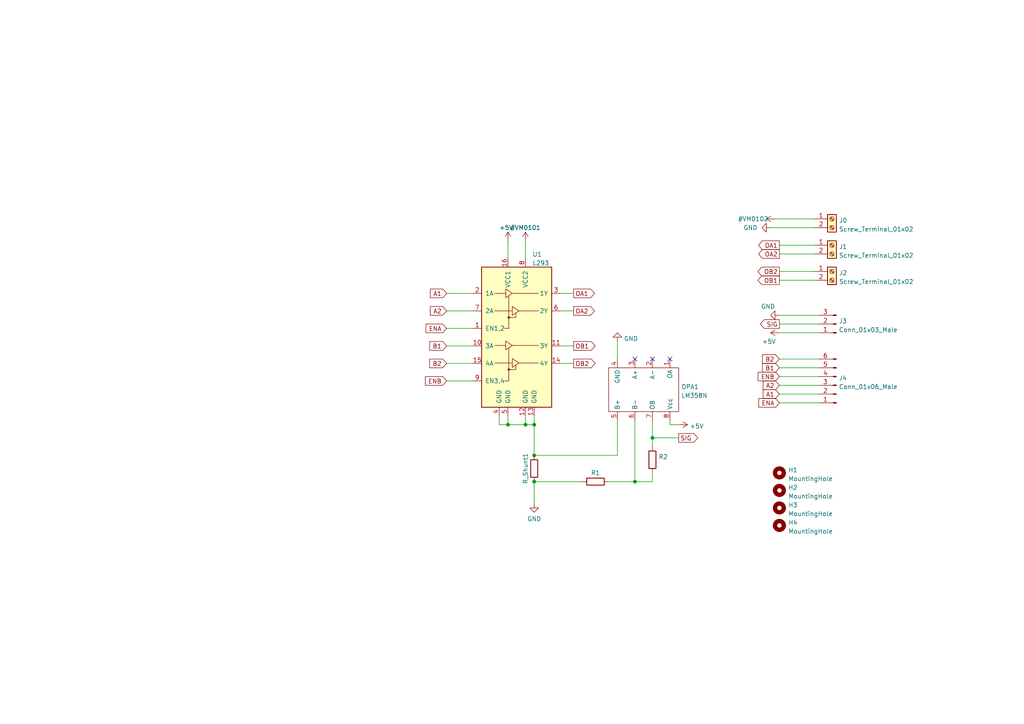
<source format=kicad_sch>
(kicad_sch (version 20211123) (generator eeschema)
  (paper "A4")
  (lib_symbols
    (symbol "Connector:Conn_01x03_Male" (pin_names (offset 1.016) hide)
      (property "Reference" "J" (at 0 5.08 0))
      (property "Value" "Conn_01x03_Male" (at 0 -5.08 0))
      (symbol "Conn_01x03_Male_1_1"
        (polyline (pts (xy 1.27 -2.54) (xy 0.8636 -2.54)) (stroke (width 0.1524)))
        (polyline (pts (xy 1.27 0) (xy 0.8636 0)) (stroke (width 0.1524)))
        (polyline (pts (xy 1.27 2.54) (xy 0.8636 2.54)) (stroke (width 0.1524)))
        (rectangle (start 0.8636 -2.413) (end 0 -2.667) (stroke (width 0.1524)) (fill (type outline)))
        (rectangle (start 0.8636 0.127) (end 0 -0.127) (stroke (width 0.1524)) (fill (type outline)))
        (rectangle (start 0.8636 2.667) (end 0 2.413) (stroke (width 0.1524)) (fill (type outline)))
        (pin passive line (at 5.08 2.54 180) (length 3.81) (name "Pin_1") (number "1"))
        (pin passive line (at 5.08 0 180) (length 3.81) (name "Pin_2") (number "2"))
        (pin passive line (at 5.08 -2.54 180) (length 3.81) (name "Pin_3") (number "3"))
      )
    )
    (symbol "Connector:Conn_01x06_Male" (pin_names (offset 1.016) hide)
      (property "Reference" "J" (at 0 7.62 0))
      (property "Value" "Conn_01x06_Male" (at 0 -10.16 0))
      (symbol "Conn_01x06_Male_1_1"
        (polyline (pts (xy 1.27 -7.62) (xy 0.8636 -7.62)) (stroke (width 0.1524)))
        (polyline (pts (xy 1.27 -5.08) (xy 0.8636 -5.08)) (stroke (width 0.1524)))
        (polyline (pts (xy 1.27 -2.54) (xy 0.8636 -2.54)) (stroke (width 0.1524)))
        (polyline (pts (xy 1.27 0) (xy 0.8636 0)) (stroke (width 0.1524)))
        (polyline (pts (xy 1.27 2.54) (xy 0.8636 2.54)) (stroke (width 0.1524)))
        (polyline (pts (xy 1.27 5.08) (xy 0.8636 5.08)) (stroke (width 0.1524)))
        (rectangle (start 0.8636 -7.493) (end 0 -7.747) (stroke (width 0.1524)) (fill (type outline)))
        (rectangle (start 0.8636 -4.953) (end 0 -5.207) (stroke (width 0.1524)) (fill (type outline)))
        (rectangle (start 0.8636 -2.413) (end 0 -2.667) (stroke (width 0.1524)) (fill (type outline)))
        (rectangle (start 0.8636 0.127) (end 0 -0.127) (stroke (width 0.1524)) (fill (type outline)))
        (rectangle (start 0.8636 2.667) (end 0 2.413) (stroke (width 0.1524)) (fill (type outline)))
        (rectangle (start 0.8636 5.207) (end 0 4.953) (stroke (width 0.1524)) (fill (type outline)))
        (pin passive line (at 5.08 5.08 180) (length 3.81) (name "Pin_1") (number "1"))
        (pin passive line (at 5.08 2.54 180) (length 3.81) (name "Pin_2") (number "2"))
        (pin passive line (at 5.08 0 180) (length 3.81) (name "Pin_3") (number "3"))
        (pin passive line (at 5.08 -2.54 180) (length 3.81) (name "Pin_4") (number "4"))
        (pin passive line (at 5.08 -5.08 180) (length 3.81) (name "Pin_5") (number "5"))
        (pin passive line (at 5.08 -7.62 180) (length 3.81) (name "Pin_6") (number "6"))
      )
    )
    (symbol "Connector:Screw_Terminal_01x02" (pin_names (offset 1.016) hide)
      (property "Reference" "J" (at 0 2.54 0))
      (property "Value" "Screw_Terminal_01x02" (at 0 -5.08 0))
      (symbol "Screw_Terminal_01x02_1_1"
        (rectangle (start -1.27 1.27) (end 1.27 -3.81) (stroke (width 0.254)) (fill (type background)))
        (circle (center 0 -2.54) (radius 0.635) (stroke (width 0.1524)))
        (polyline (pts (xy -0.5334 -2.2098) (xy 0.3302 -3.048)) (stroke (width 0.1524)))
        (polyline (pts (xy -0.5334 0.3302) (xy 0.3302 -0.508)) (stroke (width 0.1524)))
        (polyline (pts (xy -0.3556 -2.032) (xy 0.508 -2.8702)) (stroke (width 0.1524)))
        (polyline (pts (xy -0.3556 0.508) (xy 0.508 -0.3302)) (stroke (width 0.1524)))
        (circle (center 0 0) (radius 0.635) (stroke (width 0.1524)))
        (pin passive line (at -5.08 0 0) (length 3.81) (name "Pin_1") (number "1"))
        (pin passive line (at -5.08 -2.54 0) (length 3.81) (name "Pin_2") (number "2"))
      )
    )
    (symbol "CurrentSenseDriver:LM358N"
      (property "Reference" "OPA" (at 0 -1.27 0))
      (property "Value" "LM358N" (at 0 1.27 0))
      (symbol "LM358N_0_1"
        (rectangle (start -10.16 6.35) (end 10.16 -6.35) (stroke (width 0.1524)))
      )
      (symbol "LM358N_1_1"
        (pin output line (at -7.62 -8.89 90) (length 2.54) (name "OA") (number "1"))
        (pin input line (at -2.54 -8.89 90) (length 2.54) (name "A-") (number "2"))
        (pin input line (at 2.54 -8.89 90) (length 2.54) (name "A+") (number "3"))
        (pin power_out line (at 7.62 -8.89 90) (length 2.54) (name "GND") (number "4"))
        (pin input line (at 7.62 8.89 270) (length 2.54) (name "B+") (number "5"))
        (pin input line (at 2.54 8.89 270) (length 2.54) (name "B-") (number "6"))
        (pin output line (at -2.54 8.89 270) (length 2.54) (name "OB") (number "7"))
        (pin power_in line (at -7.62 8.89 270) (length 2.54) (name "Vcc") (number "8"))
      )
    )
    (symbol "Device:R" (pin_numbers hide) (pin_names (offset 0))
      (property "Reference" "R" (at 2.032 0 90))
      (property "Value" "R" (at 0 0 90))
      (symbol "R_0_1"
        (rectangle (start -1.016 -2.54) (end 1.016 2.54) (stroke (width 0.254)))
      )
      (symbol "R_1_1"
        (pin passive line (at 0 3.81 270) (length 1.27) (name "~") (number "1"))
        (pin passive line (at 0 -3.81 90) (length 1.27) (name "~") (number "2"))
      )
    )
    (symbol "Driver_Motor:L293" (pin_names (offset 1.016))
      (property "Reference" "U" (at -5.08 26.035 0))
      (property "Value" "L293" (at -5.08 24.13 0))
      (symbol "L293_0_1"
        (rectangle (start -10.16 22.86) (end 10.16 -17.78) (stroke (width 0.254)) (fill (type background)))
        (circle (center -2.286 -6.858) (radius 0.254) (fill (type outline)))
        (circle (center -2.286 8.255) (radius 0.254) (fill (type outline)))
        (polyline (pts (xy -6.35 -4.953) (xy -1.27 -4.953)))
        (polyline (pts (xy -6.35 0.127) (xy -3.175 0.127)))
        (polyline (pts (xy -6.35 10.16) (xy -1.27 10.16)))
        (polyline (pts (xy -6.35 15.24) (xy -3.175 15.24)))
        (polyline (pts (xy -1.27 0.127) (xy 6.35 0.127)))
        (polyline (pts (xy -1.27 15.24) (xy 6.35 15.24)))
        (polyline (pts (xy 0.635 -4.953) (xy 6.35 -4.953)))
        (polyline (pts (xy 0.635 10.16) (xy 6.35 10.16)))
        (polyline (pts (xy -2.286 -6.858) (xy -0.254 -6.858) (xy -0.254 -5.588)))
        (polyline (pts (xy -2.286 -0.635) (xy -2.286 -10.16) (xy -3.556 -10.16)))
        (polyline (pts (xy -2.286 8.255) (xy -0.254 8.255) (xy -0.254 9.525)))
        (polyline (pts (xy -2.286 14.478) (xy -2.286 5.08) (xy -3.556 5.08)))
        (polyline (pts (xy -3.175 1.397) (xy -3.175 -1.143) (xy -1.27 0.127) (xy -3.175 1.397)))
        (polyline (pts (xy -3.175 16.51) (xy -3.175 13.97) (xy -1.27 15.24) (xy -3.175 16.51)))
        (polyline (pts (xy -1.27 -3.683) (xy -1.27 -6.223) (xy 0.635 -4.953) (xy -1.27 -3.683)))
        (polyline (pts (xy -1.27 11.43) (xy -1.27 8.89) (xy 0.635 10.16) (xy -1.27 11.43)))
      )
      (symbol "L293_1_1"
        (pin input line (at -12.7 5.08 0) (length 2.54) (name "EN1,2") (number "1"))
        (pin input line (at -12.7 0 0) (length 2.54) (name "3A") (number "10"))
        (pin output line (at 12.7 0 180) (length 2.54) (name "3Y") (number "11"))
        (pin power_in line (at 2.54 -20.32 90) (length 2.54) (name "GND") (number "12"))
        (pin power_in line (at 5.08 -20.32 90) (length 2.54) (name "GND") (number "13"))
        (pin output line (at 12.7 -5.08 180) (length 2.54) (name "4Y") (number "14"))
        (pin input line (at -12.7 -5.08 0) (length 2.54) (name "4A") (number "15"))
        (pin power_in line (at -2.54 25.4 270) (length 2.54) (name "VCC1") (number "16"))
        (pin input line (at -12.7 15.24 0) (length 2.54) (name "1A") (number "2"))
        (pin output line (at 12.7 15.24 180) (length 2.54) (name "1Y") (number "3"))
        (pin power_in line (at -5.08 -20.32 90) (length 2.54) (name "GND") (number "4"))
        (pin power_in line (at -2.54 -20.32 90) (length 2.54) (name "GND") (number "5"))
        (pin output line (at 12.7 10.16 180) (length 2.54) (name "2Y") (number "6"))
        (pin input line (at -12.7 10.16 0) (length 2.54) (name "2A") (number "7"))
        (pin power_in line (at 2.54 25.4 270) (length 2.54) (name "VCC2") (number "8"))
        (pin input line (at -12.7 -10.16 0) (length 2.54) (name "EN3,4") (number "9"))
      )
    )
    (symbol "Mechanical:MountingHole" (pin_names (offset 1.016))
      (property "Reference" "H" (at 0 5.08 0))
      (property "Value" "MountingHole" (at 0 3.175 0))
      (symbol "MountingHole_0_1"
        (circle (center 0 0) (radius 1.27) (stroke (width 1.27)))
      )
    )
    (symbol "power:+5V" (power) (pin_names (offset 0))
      (property "Value" "+5V" (at 0 3.556 0))
      (symbol "+5V_0_1"
        (polyline (pts (xy -0.762 1.27) (xy 0 2.54)))
        (polyline (pts (xy 0 0) (xy 0 2.54)))
        (polyline (pts (xy 0 2.54) (xy 0.762 1.27)))
      )
      (symbol "+5V_1_1"
        (pin power_in line (at 0 0 90) (length 0) hide (name "+5V") (number "1"))
      )
    )
    (symbol "power:GND" (power) (pin_names (offset 0))
      (property "Value" "GND" (at 0 -3.81 0))
      (symbol "GND_0_1"
        (polyline (pts (xy 0 0) (xy 0 -1.27) (xy 1.27 -1.27) (xy 0 -2.54) (xy -1.27 -1.27) (xy 0 -1.27)))
      )
      (symbol "GND_1_1"
        (pin power_in line (at 0 0 270) (length 0) hide (name "GND") (number "1"))
      )
    )
    (symbol "power:VDC" (power) (pin_names (offset 0))
      (property "Value" "VDC" (at 0 6.35 0))
      (symbol "VDC_0_1"
        (polyline (pts (xy -0.762 1.27) (xy 0 2.54)))
        (polyline (pts (xy 0 0) (xy 0 2.54)))
        (polyline (pts (xy 0 2.54) (xy 0.762 1.27)))
      )
      (symbol "VDC_1_1"
        (pin power_in line (at 0 0 90) (length 0) hide (name "VDC") (number "1"))
      )
    )
  )
  (junction (at 152.4 123.19))
  (junction (at 154.94 132.08))
  (junction (at 154.94 123.19))
  (junction (at 184.15 139.7))
  (junction (at 189.23 127))
  (junction (at 154.94 139.7))
  (junction (at 147.32 123.19))
  (no_connect (at 184.15 104.14))
  (no_connect (at 189.23 104.14))
  (no_connect (at 194.31 104.14))
  (wire (pts (xy 226.06 109.22) (xy 237.49 109.22)))
  (wire (pts (xy 147.32 69.85) (xy 147.32 74.93)))
  (wire (pts (xy 179.07 132.08) (xy 154.94 132.08)))
  (wire (pts (xy 226.06 78.74) (xy 236.22 78.74)))
  (wire (pts (xy 162.56 100.33) (xy 166.37 100.33)))
  (wire (pts (xy 226.06 96.52) (xy 237.49 96.52)))
  (wire (pts (xy 226.06 116.84) (xy 237.49 116.84)))
  (wire (pts (xy 226.06 81.28) (xy 236.22 81.28)))
  (wire (pts (xy 176.53 139.7) (xy 184.15 139.7)))
  (wire (pts (xy 189.23 139.7) (xy 184.15 139.7)))
  (wire (pts (xy 129.54 85.09) (xy 137.16 85.09)))
  (wire (pts (xy 147.32 123.19) (xy 152.4 123.19)))
  (wire (pts (xy 144.78 120.65) (xy 144.78 123.19)))
  (wire (pts (xy 129.54 90.17) (xy 137.16 90.17)))
  (wire (pts (xy 154.94 123.19) (xy 154.94 132.08)))
  (wire (pts (xy 129.54 110.49) (xy 137.16 110.49)))
  (wire (pts (xy 226.06 104.14) (xy 237.49 104.14)))
  (wire (pts (xy 154.94 120.65) (xy 154.94 123.19)))
  (wire (pts (xy 189.23 121.92) (xy 189.23 127)))
  (wire (pts (xy 129.54 105.41) (xy 137.16 105.41)))
  (wire (pts (xy 152.4 69.85) (xy 152.4 74.93)))
  (wire (pts (xy 154.94 139.7) (xy 168.91 139.7)))
  (wire (pts (xy 129.54 95.25) (xy 137.16 95.25)))
  (wire (pts (xy 179.07 99.06) (xy 179.07 104.14)))
  (wire (pts (xy 224.79 63.5) (xy 236.22 63.5)))
  (wire (pts (xy 226.06 93.98) (xy 237.49 93.98)))
  (wire (pts (xy 189.23 127) (xy 196.85 127)))
  (wire (pts (xy 129.54 100.33) (xy 137.16 100.33)))
  (wire (pts (xy 162.56 105.41) (xy 166.37 105.41)))
  (wire (pts (xy 152.4 123.19) (xy 154.94 123.19)))
  (wire (pts (xy 196.85 123.19) (xy 194.31 123.19)))
  (wire (pts (xy 226.06 114.3) (xy 237.49 114.3)))
  (wire (pts (xy 226.06 71.12) (xy 236.22 71.12)))
  (wire (pts (xy 179.07 121.92) (xy 179.07 132.08)))
  (wire (pts (xy 189.23 127) (xy 189.23 129.54)))
  (wire (pts (xy 162.56 90.17) (xy 166.37 90.17)))
  (wire (pts (xy 226.06 111.76) (xy 237.49 111.76)))
  (wire (pts (xy 162.56 85.09) (xy 166.37 85.09)))
  (wire (pts (xy 226.06 106.68) (xy 237.49 106.68)))
  (wire (pts (xy 194.31 123.19) (xy 194.31 121.92)))
  (wire (pts (xy 147.32 120.65) (xy 147.32 123.19)))
  (wire (pts (xy 152.4 120.65) (xy 152.4 123.19)))
  (wire (pts (xy 154.94 139.7) (xy 154.94 146.05)))
  (wire (pts (xy 226.06 91.44) (xy 237.49 91.44)))
  (wire (pts (xy 223.52 66.04) (xy 236.22 66.04)))
  (wire (pts (xy 184.15 121.92) (xy 184.15 139.7)))
  (wire (pts (xy 226.06 73.66) (xy 236.22 73.66)))
  (wire (pts (xy 189.23 137.16) (xy 189.23 139.7)))
  (wire (pts (xy 144.78 123.19) (xy 147.32 123.19)))
  (global_label "ENB" (shape input) (at 226.06 109.22 180) (property "Intersheet References" "${INTERSHEET_REFS}" (effects hide)))
  (global_label "OB1" (shape output) (at 166.37 100.33 0) (property "Intersheet References" "${INTERSHEET_REFS}" (effects hide)))
  (global_label "SIG" (shape output) (at 196.85 127 0) (property "Intersheet References" "${INTERSHEET_REFS}" (effects hide)))
  (global_label "A1" (shape input) (at 226.06 114.3 180) (property "Intersheet References" "${INTERSHEET_REFS}" (effects hide)))
  (global_label "ENB" (shape input) (at 129.54 110.49 180) (property "Intersheet References" "${INTERSHEET_REFS}" (effects hide)))
  (global_label "ENA" (shape input) (at 129.54 95.25 180) (property "Intersheet References" "${INTERSHEET_REFS}" (effects hide)))
  (global_label "OB2" (shape output) (at 166.37 105.41 0) (property "Intersheet References" "${INTERSHEET_REFS}" (effects hide)))
  (global_label "OA2" (shape output) (at 166.37 90.17 0) (property "Intersheet References" "${INTERSHEET_REFS}" (effects hide)))
  (global_label "OB1" (shape output) (at 226.06 81.28 180) (property "Intersheet References" "${INTERSHEET_REFS}" (effects hide)))
  (global_label "A2" (shape input) (at 226.06 111.76 180) (property "Intersheet References" "${INTERSHEET_REFS}" (effects hide)))
  (global_label "OA1" (shape output) (at 226.06 71.12 180) (property "Intersheet References" "${INTERSHEET_REFS}" (effects hide)))
  (global_label "B2" (shape input) (at 226.06 104.14 180) (property "Intersheet References" "${INTERSHEET_REFS}" (effects hide)))
  (global_label "OA2" (shape output) (at 226.06 73.66 180) (property "Intersheet References" "${INTERSHEET_REFS}" (effects hide)))
  (global_label "B1" (shape input) (at 226.06 106.68 180) (property "Intersheet References" "${INTERSHEET_REFS}" (effects hide)))
  (global_label "A2" (shape input) (at 129.54 90.17 180) (property "Intersheet References" "${INTERSHEET_REFS}" (effects hide)))
  (global_label "OA1" (shape output) (at 166.37 85.09 0) (property "Intersheet References" "${INTERSHEET_REFS}" (effects hide)))
  (global_label "SIG" (shape output) (at 226.06 93.98 180) (property "Intersheet References" "${INTERSHEET_REFS}" (effects hide)))
  (global_label "OB2" (shape output) (at 226.06 78.74 180) (property "Intersheet References" "${INTERSHEET_REFS}" (effects hide)))
  (global_label "A1" (shape input) (at 129.54 85.09 180) (property "Intersheet References" "${INTERSHEET_REFS}" (effects hide)))
  (global_label "B1" (shape input) (at 129.54 100.33 180) (property "Intersheet References" "${INTERSHEET_REFS}" (effects hide)))
  (global_label "ENA" (shape input) (at 226.06 116.84 180) (property "Intersheet References" "${INTERSHEET_REFS}" (effects hide)))
  (global_label "B2" (shape input) (at 129.54 105.41 180) (property "Intersheet References" "${INTERSHEET_REFS}" (effects hide)))
  (symbol (lib_id "Driver_Motor:L293") (at 149.86 100.33 0) (unit 1)
    (property "Reference" "U1" (at 154.4194 73.7702 0) (effects (justify left)))
    (property "Value" "L293" (at 154.4194 76.3071 0) (effects (justify left)))
    (property "Footprint" "Package_DIP:DIP-16_W7.62mm" (effects hide))
    (property "Datasheet" "http://www.ti.com/lit/ds/symlink/l293.pdf" (effects hide))
  )
  (symbol (lib_id "power:GND") (at 154.94 146.05 0) (unit 1)
    (property "Reference" "#PWR0102" (effects hide))
    (property "Value" "GND" (at 154.94 150.4934 0))
  )
  (symbol (lib_id "power:GND") (at 223.52 66.04 270) (unit 1)
    (property "Reference" "#PWR0105" (effects hide))
    (property "Value" "GND" (at 219.71 66.04 90) (effects (justify right)))
  )
  (symbol (lib_id "Connector:Screw_Terminal_01x02") (at 241.3 78.74 0) (unit 1)
    (property "Reference" "J2" (at 243.332 79.1753 0) (effects (justify left)))
    (property "Value" "Screw_Terminal_01x02" (at 243.332 81.7122 0) (effects (justify left)))
    (property "Footprint" "Connector_PinSocket_2.54mm:PinSocket_1x02_P2.54mm_Vertical" (effects hide))
  )
  (symbol (lib_id "power:GND") (at 179.07 99.06 180) (unit 1)
    (property "Reference" "#PWR0103" (effects hide))
    (property "Value" "GND" (at 180.975 98.2238 0) (effects (justify right)))
  )
  (symbol (lib_id "Connector:Screw_Terminal_01x02") (at 241.3 63.5 0) (unit 1)
    (property "Reference" "J0" (at 243.332 63.9353 0) (effects (justify left)))
    (property "Value" "Screw_Terminal_01x02" (at 243.332 66.4722 0) (effects (justify left)))
    (property "Footprint" "Connector_PinSocket_2.54mm:PinSocket_1x02_P2.54mm_Vertical" (effects hide))
  )
  (symbol (lib_id "power:GND") (at 226.06 91.44 270) (unit 1)
    (property "Reference" "#PWR0107" (effects hide))
    (property "Value" "GND" (at 224.79 88.9 90) (effects (justify right)))
  )
  (symbol (lib_id "power:VDC") (at 152.4 69.85 0) (unit 1)
    (property "Reference" "#VM0101" (at 152.4 66.04 0))
    (property "Value" "VDC" (effects hide))
  )
  (symbol (lib_id "CurrentSenseDriver:LM358N") (at 186.69 113.03 180) (unit 1)
    (property "Reference" "OPA1" (at 197.5612 112.1953 0) (effects (justify right)))
    (property "Value" "LM358N" (at 197.5612 114.7322 0) (effects (justify right)))
    (property "Footprint" "Package_DIP:DIP-8_W7.62mm" (effects hide))
  )
  (symbol (lib_id "Connector:Conn_01x06_Male") (at 242.57 111.76 180) (unit 1)
    (property "Reference" "J4" (at 243.2812 109.6553 0) (effects (justify right)))
    (property "Value" "Conn_01x06_Male" (at 243.2812 112.1922 0) (effects (justify right)))
    (property "Footprint" "Connector_PinSocket_2.54mm:PinSocket_1x06_P2.54mm_Vertical" (effects hide))
  )
  (symbol (lib_id "power:+5V") (at 147.32 69.85 0) (unit 1)
    (property "Reference" "#PWR0104" (effects hide))
    (property "Value" "+5V" (at 144.78 66.04 0) (effects (justify left)))
  )
  (symbol (lib_id "Mechanical:MountingHole") (at 226.06 147.32 0) (unit 1)
    (property "Reference" "H3" (at 228.6 146.4853 0) (effects (justify left)))
    (property "Value" "MountingHole" (at 228.6 149.0222 0) (effects (justify left)))
    (property "Footprint" "MountingHole:MountingHole_3.2mm_M3" (effects hide))
  )
  (symbol (lib_id "Device:R") (at 189.23 133.35 180) (unit 1)
    (property "Reference" "R2" (at 191.008 132.5153 0) (effects (justify right)))
    (property "Value" "R" (effects hide))
    (property "Footprint" "Resistor_THT:R_Axial_DIN0207_L6.3mm_D2.5mm_P10.16mm_Horizontal" (effects hide))
  )
  (symbol (lib_id "Mechanical:MountingHole") (at 226.06 137.16 0) (unit 1)
    (property "Reference" "H1" (at 228.6 136.3253 0) (effects (justify left)))
    (property "Value" "MountingHole" (at 228.6 138.8622 0) (effects (justify left)))
    (property "Footprint" "MountingHole:MountingHole_3.2mm_M3" (effects hide))
  )
  (symbol (lib_id "power:+5V") (at 196.85 123.19 270) (unit 1)
    (property "Reference" "#PWR0101" (effects hide))
    (property "Value" "+5V" (at 200.025 123.6238 90) (effects (justify left)))
  )
  (symbol (lib_id "Connector:Conn_01x03_Male") (at 242.57 93.98 180) (unit 1)
    (property "Reference" "J3" (at 243.2812 93.1453 0) (effects (justify right)))
    (property "Value" "Conn_01x03_Male" (at 243.2812 95.6822 0) (effects (justify right)))
    (property "Footprint" "Connector_PinSocket_2.54mm:PinSocket_1x03_P2.54mm_Vertical" (effects hide))
  )
  (symbol (lib_id "Device:R") (at 154.94 135.89 180) (unit 1)
    (property "Reference" "R_Shunt1" (at 152.4 135.89 90))
    (property "Value" "R" (effects hide))
    (property "Footprint" "Resistor_THT:R_Axial_DIN0414_L11.9mm_D4.5mm_P15.24mm_Horizontal" (effects hide))
  )
  (symbol (lib_id "power:+5V") (at 226.06 96.52 90) (unit 1)
    (property "Reference" "#PWR0106" (effects hide))
    (property "Value" "+5V" (at 220.98 99.06 90) (effects (justify right)))
  )
  (symbol (lib_id "Connector:Screw_Terminal_01x02") (at 241.3 71.12 0) (unit 1)
    (property "Reference" "J1" (at 243.332 71.5553 0) (effects (justify left)))
    (property "Value" "Screw_Terminal_01x02" (at 243.332 74.0922 0) (effects (justify left)))
    (property "Footprint" "Connector_PinSocket_2.54mm:PinSocket_1x02_P2.54mm_Vertical" (effects hide))
  )
  (symbol (lib_id "Mechanical:MountingHole") (at 226.06 152.4 0) (unit 1)
    (property "Reference" "H4" (at 228.6 151.5653 0) (effects (justify left)))
    (property "Value" "MountingHole" (at 228.6 154.1022 0) (effects (justify left)))
    (property "Footprint" "MountingHole:MountingHole_3.2mm_M3" (effects hide))
  )
  (symbol (lib_id "Device:R") (at 172.72 139.7 90) (unit 1)
    (property "Reference" "R1" (at 172.72 137.16 90))
    (property "Value" "R" (effects hide))
    (property "Footprint" "Resistor_THT:R_Axial_DIN0207_L6.3mm_D2.5mm_P10.16mm_Horizontal" (effects hide))
  )
  (symbol (lib_id "Mechanical:MountingHole") (at 226.06 142.24 0) (unit 1)
    (property "Reference" "H2" (at 228.6 141.4053 0) (effects (justify left)))
    (property "Value" "MountingHole" (at 228.6 143.9422 0) (effects (justify left)))
    (property "Footprint" "MountingHole:MountingHole_3.2mm_M3" (effects hide))
  )
  (symbol (lib_id "power:VDC") (at 224.79 63.5 90) (unit 1)
    (property "Reference" "#VM0102" (at 218.44 63.5 90))
    (property "Value" "VDC" (effects hide))
  )
)
</source>
